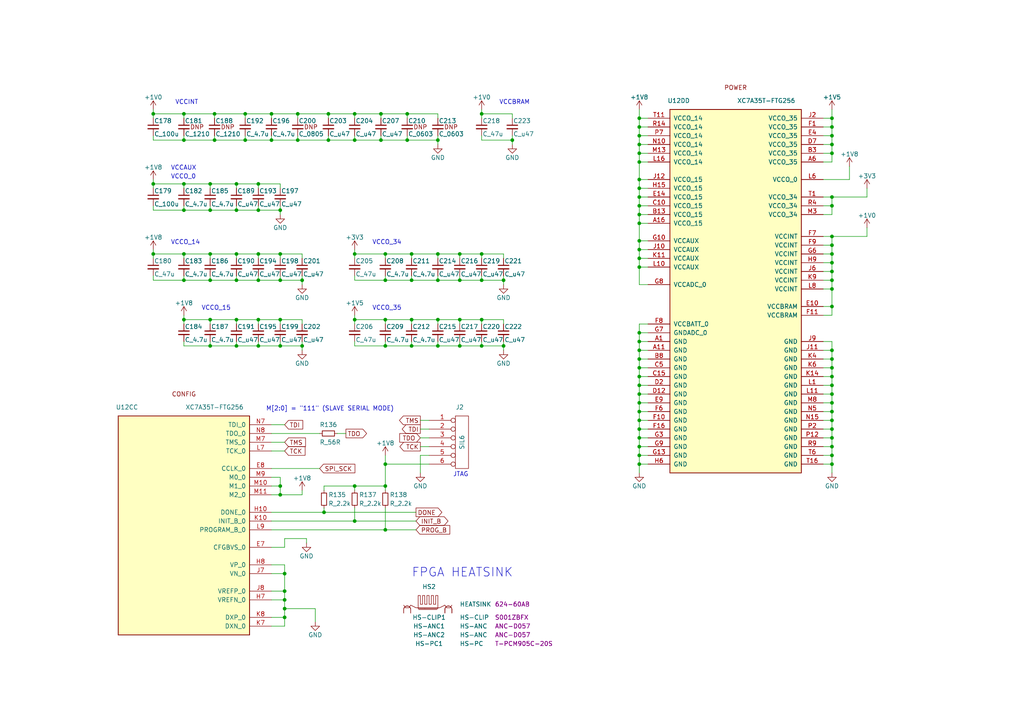
<source format=kicad_sch>
(kicad_sch (version 20250114) (generator "eeschema") (generator_version "9.0")
  (paper "A4")
  (title_block (rev "v2") (comment 1 "Copyright Dejan Priversek 2017"))
  (text "VCCO_35" (at 107.95 90.17 0) (effects (font (size 1.27 1.27)) (justify left bottom)))
  (text "VCCO_14" (at 49.53 71.12 0) (effects (font (size 1.27 1.27)) (justify left bottom)))
  (text "FPGA HEATSINK" (at 119.38 167.64 0) (effects (font (size 2.54 2.54)) (justify left bottom)))
  (text "M[2:0] = \"111\" (SLAVE SERIAL MODE)" (at 114.3 119.38 0) (effects (font (size 1.27 1.27)) (justify right bottom)))
  (text "JTAG" (at 135.89 138.43 0) (effects (font (size 1.27 1.27)) (justify right bottom)))
  (text "VCCO_0" (at 49.53 52.07 0) (effects (font (size 1.27 1.27)) (justify left bottom)))
  (text "VCCINT" (at 50.8 30.48 0) (effects (font (size 1.27 1.27)) (justify left bottom)))
  (text "VCCO_34" (at 107.95 71.12 0) (effects (font (size 1.27 1.27)) (justify left bottom)))
  (text "VCCBRAM" (at 144.78 30.48 0) (effects (font (size 1.27 1.27)) (justify left bottom)))
  (text "VCCAUX" (at 49.53 49.53 0) (effects (font (size 1.27 1.27)) (justify left bottom)))
  (text "VCCO_15" (at 58.42 90.17 0) (effects (font (size 1.27 1.27)) (justify left bottom)))
  (junction (at 241.3 132.08))
  (junction (at 133.35 100.33))
  (junction (at 241.3 116.84))
  (junction (at 241.3 68.58))
  (junction (at 74.93 92.71))
  (junction (at 119.38 92.71))
  (junction (at 60.96 81.28))
  (junction (at 139.7 73.66))
  (junction (at 241.3 129.54))
  (junction (at 241.3 59.69))
  (junction (at 185.42 114.3))
  (junction (at 241.3 57.15))
  (junction (at 102.87 33.02))
  (junction (at 133.35 92.71))
  (junction (at 127 100.33))
  (junction (at 185.42 52.07))
  (junction (at 68.58 53.34))
  (junction (at 241.3 119.38))
  (junction (at 62.23 40.64))
  (junction (at 148.59 40.64))
  (junction (at 241.3 81.28))
  (junction (at 60.96 60.96))
  (junction (at 118.11 33.02))
  (junction (at 74.93 60.96))
  (junction (at 241.3 34.29))
  (junction (at 127 92.71))
  (junction (at 68.58 60.96))
  (junction (at 111.76 81.28))
  (junction (at 185.42 34.29))
  (junction (at 102.87 40.64))
  (junction (at 44.45 33.02))
  (junction (at 185.42 39.37))
  (junction (at 185.42 96.52))
  (junction (at 241.3 36.83))
  (junction (at 139.7 33.02))
  (junction (at 185.42 121.92))
  (junction (at 241.3 111.76))
  (junction (at 53.34 81.28))
  (junction (at 87.63 81.28))
  (junction (at 60.96 73.66))
  (junction (at 139.7 81.28))
  (junction (at 81.28 140.97))
  (junction (at 185.42 77.47))
  (junction (at 81.28 100.33))
  (junction (at 53.34 53.34))
  (junction (at 241.3 104.14))
  (junction (at 60.96 53.34))
  (junction (at 185.42 46.99))
  (junction (at 119.38 100.33))
  (junction (at 241.3 73.66))
  (junction (at 185.42 119.38))
  (junction (at 44.45 53.34))
  (junction (at 53.34 60.96))
  (junction (at 81.28 60.96))
  (junction (at 185.42 69.85))
  (junction (at 185.42 101.6))
  (junction (at 185.42 111.76))
  (junction (at 241.3 83.82))
  (junction (at 185.42 106.68))
  (junction (at 185.42 44.45))
  (junction (at 81.28 143.51))
  (junction (at 185.42 59.69))
  (junction (at 127 81.28))
  (junction (at 241.3 127))
  (junction (at 185.42 72.39))
  (junction (at 53.34 73.66))
  (junction (at 110.49 33.02))
  (junction (at 133.35 81.28))
  (junction (at 86.36 40.64))
  (junction (at 185.42 127))
  (junction (at 102.87 140.97))
  (junction (at 185.42 74.93))
  (junction (at 127 40.64))
  (junction (at 185.42 129.54))
  (junction (at 241.3 76.2))
  (junction (at 185.42 109.22))
  (junction (at 241.3 71.12))
  (junction (at 241.3 124.46))
  (junction (at 110.49 40.64))
  (junction (at 82.55 166.37))
  (junction (at 111.76 134.62))
  (junction (at 185.42 124.46))
  (junction (at 44.45 73.66))
  (junction (at 82.55 179.07))
  (junction (at 68.58 73.66))
  (junction (at 81.28 92.71))
  (junction (at 95.25 33.02))
  (junction (at 53.34 33.02))
  (junction (at 111.76 100.33))
  (junction (at 111.76 92.71))
  (junction (at 185.42 54.61))
  (junction (at 81.28 73.66))
  (junction (at 102.87 73.66))
  (junction (at 82.55 176.53))
  (junction (at 241.3 134.62))
  (junction (at 118.11 40.64))
  (junction (at 185.42 64.77))
  (junction (at 127 73.66))
  (junction (at 185.42 104.14))
  (junction (at 111.76 153.67))
  (junction (at 241.3 114.3))
  (junction (at 60.96 92.71))
  (junction (at 185.42 41.91))
  (junction (at 133.35 73.66))
  (junction (at 119.38 73.66))
  (junction (at 81.28 81.28))
  (junction (at 241.3 39.37))
  (junction (at 71.12 33.02))
  (junction (at 241.3 121.92))
  (junction (at 86.36 33.02))
  (junction (at 111.76 140.97))
  (junction (at 146.05 100.33))
  (junction (at 185.42 57.15))
  (junction (at 68.58 100.33))
  (junction (at 82.55 171.45))
  (junction (at 74.93 81.28))
  (junction (at 111.76 73.66))
  (junction (at 241.3 41.91))
  (junction (at 93.98 148.59))
  (junction (at 241.3 44.45))
  (junction (at 241.3 88.9))
  (junction (at 74.93 100.33))
  (junction (at 241.3 78.74))
  (junction (at 74.93 73.66))
  (junction (at 185.42 134.62))
  (junction (at 60.96 100.33))
  (junction (at 53.34 92.71))
  (junction (at 68.58 81.28))
  (junction (at 62.23 33.02))
  (junction (at 102.87 151.13))
  (junction (at 78.74 40.64))
  (junction (at 68.58 92.71))
  (junction (at 241.3 106.68))
  (junction (at 139.7 92.71))
  (junction (at 146.05 81.28))
  (junction (at 87.63 100.33))
  (junction (at 95.25 40.64))
  (junction (at 241.3 101.6))
  (junction (at 102.87 92.71))
  (junction (at 185.42 99.06))
  (junction (at 82.55 173.99))
  (junction (at 241.3 109.22))
  (junction (at 139.7 100.33))
  (junction (at 185.42 62.23))
  (junction (at 185.42 132.08))
  (junction (at 74.93 53.34))
  (junction (at 71.12 40.64))
  (junction (at 53.34 40.64))
  (junction (at 185.42 36.83))
  (junction (at 119.38 81.28))
  (junction (at 78.74 33.02))
  (junction (at 185.42 116.84))
  (wire (pts (xy 148.59 40.64) (xy 148.59 41.91)))
  (wire (pts (xy 78.74 33.02) (xy 78.74 34.29)))
  (wire (pts (xy 74.93 92.71) (xy 74.93 93.98)))
  (wire (pts (xy 185.42 93.98) (xy 185.42 96.52)))
  (wire (pts (xy 185.42 44.45) (xy 187.96 44.45)))
  (wire (pts (xy 185.42 132.08) (xy 185.42 134.62)))
  (wire (pts (xy 111.76 153.67) (xy 120.65 153.67)))
  (wire (pts (xy 95.25 33.02) (xy 95.25 34.29)))
  (wire (pts (xy 241.3 91.44) (xy 238.76 91.44)))
  (wire (pts (xy 53.34 53.34) (xy 60.96 53.34)))
  (wire (pts (xy 74.93 73.66) (xy 81.28 73.66)))
  (wire (pts (xy 119.38 100.33) (xy 127 100.33)))
  (wire (pts (xy 241.3 68.58) (xy 241.3 71.12)))
  (wire (pts (xy 238.76 34.29) (xy 241.3 34.29)))
  (wire (pts (xy 148.59 39.37) (xy 148.59 40.64)))
  (wire (pts (xy 81.28 59.69) (xy 81.28 60.96)))
  (wire (pts (xy 238.76 52.07) (xy 246.38 52.07)))
  (wire (pts (xy 241.3 44.45) (xy 238.76 44.45)))
  (wire (pts (xy 146.05 73.66) (xy 146.05 74.93)))
  (wire (pts (xy 81.28 100.33) (xy 87.63 100.33)))
  (wire (pts (xy 82.55 171.45) (xy 78.74 171.45)))
  (wire (pts (xy 82.55 166.37) (xy 82.55 171.45)))
  (wire (pts (xy 102.87 33.02) (xy 110.49 33.02)))
  (wire (pts (xy 185.42 111.76) (xy 185.42 114.3)))
  (wire (pts (xy 185.42 62.23) (xy 187.96 62.23)))
  (wire (pts (xy 241.3 114.3) (xy 241.3 116.84)))
  (wire (pts (xy 185.42 41.91) (xy 185.42 44.45)))
  (wire (pts (xy 95.25 40.64) (xy 95.25 39.37)))
  (wire (pts (xy 82.55 176.53) (xy 82.55 179.07)))
  (wire (pts (xy 71.12 40.64) (xy 71.12 39.37)))
  (wire (pts (xy 127 73.66) (xy 127 74.93)))
  (wire (pts (xy 133.35 92.71) (xy 139.7 92.71)))
  (wire (pts (xy 185.42 46.99) (xy 187.96 46.99)))
  (wire (pts (xy 127 39.37) (xy 127 40.64)))
  (wire (pts (xy 139.7 92.71) (xy 139.7 93.98)))
  (wire (pts (xy 185.42 111.76) (xy 187.96 111.76)))
  (wire (pts (xy 185.42 109.22) (xy 187.96 109.22)))
  (wire (pts (xy 251.46 68.58) (xy 251.46 66.04)))
  (wire (pts (xy 44.45 81.28) (xy 44.45 80.01)))
  (wire (pts (xy 93.98 148.59) (xy 120.65 148.59)))
  (wire (pts (xy 127 40.64) (xy 127 41.91)))
  (wire (pts (xy 111.76 132.08) (xy 111.76 134.62)))
  (wire (pts (xy 78.74 140.97) (xy 81.28 140.97)))
  (wire (pts (xy 68.58 73.66) (xy 68.58 74.93)))
  (wire (pts (xy 146.05 80.01) (xy 146.05 81.28)))
  (wire (pts (xy 74.93 53.34) (xy 81.28 53.34)))
  (wire (pts (xy 53.34 80.01) (xy 53.34 81.28)))
  (wire (pts (xy 241.3 116.84) (xy 238.76 116.84)))
  (wire (pts (xy 87.63 80.01) (xy 87.63 81.28)))
  (wire (pts (xy 74.93 81.28) (xy 74.93 80.01)))
  (wire (pts (xy 81.28 138.43) (xy 81.28 140.97)))
  (wire (pts (xy 139.7 73.66) (xy 139.7 74.93)))
  (wire (pts (xy 185.42 129.54) (xy 185.42 132.08)))
  (wire (pts (xy 185.42 44.45) (xy 185.42 46.99)))
  (wire (pts (xy 111.76 93.98) (xy 111.76 92.71)))
  (wire (pts (xy 82.55 179.07) (xy 82.55 181.61)))
  (wire (pts (xy 82.55 163.83) (xy 78.74 163.83)))
  (wire (pts (xy 111.76 73.66) (xy 119.38 73.66)))
  (wire (pts (xy 185.42 124.46) (xy 185.42 127)))
  (wire (pts (xy 44.45 60.96) (xy 53.34 60.96)))
  (wire (pts (xy 53.34 39.37) (xy 53.34 40.64)))
  (wire (pts (xy 185.42 82.55) (xy 187.96 82.55)))
  (wire (pts (xy 241.3 73.66) (xy 241.3 76.2)))
  (wire (pts (xy 60.96 53.34) (xy 68.58 53.34)))
  (wire (pts (xy 78.74 158.75) (xy 82.55 158.75)))
  (wire (pts (xy 68.58 60.96) (xy 74.93 60.96)))
  (wire (pts (xy 110.49 33.02) (xy 118.11 33.02)))
  (wire (pts (xy 241.3 41.91) (xy 241.3 44.45)))
  (wire (pts (xy 74.93 53.34) (xy 74.93 54.61)))
  (wire (pts (xy 44.45 73.66) (xy 44.45 74.93)))
  (wire (pts (xy 185.42 104.14) (xy 187.96 104.14)))
  (wire (pts (xy 87.63 143.51) (xy 87.63 142.24)))
  (wire (pts (xy 139.7 40.64) (xy 139.7 39.37)))
  (wire (pts (xy 241.3 59.69) (xy 241.3 62.23)))
  (wire (pts (xy 97.79 125.73) (xy 100.33 125.73)))
  (wire (pts (xy 238.76 57.15) (xy 241.3 57.15)))
  (wire (pts (xy 146.05 99.06) (xy 146.05 100.33)))
  (wire (pts (xy 185.42 69.85) (xy 187.96 69.85)))
  (wire (pts (xy 60.96 100.33) (xy 68.58 100.33)))
  (wire (pts (xy 82.55 181.61) (xy 78.74 181.61)))
  (wire (pts (xy 81.28 100.33) (xy 81.28 99.06)))
  (wire (pts (xy 133.35 81.28) (xy 139.7 81.28)))
  (wire (pts (xy 187.96 34.29) (xy 185.42 34.29)))
  (wire (pts (xy 60.96 73.66) (xy 60.96 74.93)))
  (wire (pts (xy 185.42 127) (xy 185.42 129.54)))
  (wire (pts (xy 111.76 134.62) (xy 111.76 140.97)))
  (wire (pts (xy 44.45 33.02) (xy 53.34 33.02)))
  (wire (pts (xy 44.45 33.02) (xy 44.45 34.29)))
  (wire (pts (xy 121.92 129.54) (xy 124.46 129.54)))
  (wire (pts (xy 44.45 73.66) (xy 53.34 73.66)))
  (wire (pts (xy 185.42 124.46) (xy 187.96 124.46)))
  (wire (pts (xy 127 92.71) (xy 133.35 92.71)))
  (wire (pts (xy 238.76 68.58) (xy 241.3 68.58)))
  (wire (pts (xy 127 73.66) (xy 133.35 73.66)))
  (wire (pts (xy 185.42 116.84) (xy 185.42 119.38)))
  (wire (pts (xy 185.42 106.68) (xy 187.96 106.68)))
  (wire (pts (xy 62.23 33.02) (xy 71.12 33.02)))
  (wire (pts (xy 87.63 92.71) (xy 87.63 93.98)))
  (wire (pts (xy 93.98 140.97) (xy 93.98 142.24)))
  (wire (pts (xy 82.55 171.45) (xy 82.55 173.99)))
  (wire (pts (xy 185.42 132.08) (xy 187.96 132.08)))
  (wire (pts (xy 78.74 148.59) (xy 93.98 148.59)))
  (wire (pts (xy 121.92 121.92) (xy 124.46 121.92)))
  (wire (pts (xy 185.42 114.3) (xy 187.96 114.3)))
  (wire (pts (xy 81.28 92.71) (xy 81.28 93.98)))
  (wire (pts (xy 95.25 40.64) (xy 102.87 40.64)))
  (wire (pts (xy 241.3 31.75) (xy 241.3 34.29)))
  (wire (pts (xy 241.3 88.9) (xy 238.76 88.9)))
  (wire (pts (xy 102.87 140.97) (xy 93.98 140.97)))
  (wire (pts (xy 139.7 31.75) (xy 139.7 33.02)))
  (wire (pts (xy 82.55 173.99) (xy 82.55 176.53)))
  (wire (pts (xy 81.28 143.51) (xy 87.63 143.51)))
  (wire (pts (xy 111.76 99.06) (xy 111.76 100.33)))
  (wire (pts (xy 148.59 40.64) (xy 139.7 40.64)))
  (wire (pts (xy 118.11 33.02) (xy 118.11 34.29)))
  (wire (pts (xy 111.76 100.33) (xy 119.38 100.33)))
  (wire (pts (xy 241.3 44.45) (xy 241.3 46.99)))
  (wire (pts (xy 87.63 73.66) (xy 87.63 74.93)))
  (wire (pts (xy 241.3 111.76) (xy 238.76 111.76)))
  (wire (pts (xy 241.3 57.15) (xy 251.46 57.15)))
  (wire (pts (xy 139.7 92.71) (xy 146.05 92.71)))
  (wire (pts (xy 185.42 31.75) (xy 185.42 34.29)))
  (wire (pts (xy 121.92 132.08) (xy 121.92 137.16)))
  (wire (pts (xy 185.42 57.15) (xy 187.96 57.15)))
  (wire (pts (xy 44.45 53.34) (xy 53.34 53.34)))
  (wire (pts (xy 110.49 40.64) (xy 110.49 39.37)))
  (wire (pts (xy 81.28 73.66) (xy 87.63 73.66)))
  (wire (pts (xy 102.87 92.71) (xy 102.87 93.98)))
  (wire (pts (xy 185.42 116.84) (xy 187.96 116.84)))
  (wire (pts (xy 185.42 41.91) (xy 187.96 41.91)))
  (wire (pts (xy 78.74 33.02) (xy 86.36 33.02)))
  (wire (pts (xy 87.63 100.33) (xy 87.63 101.6)))
  (wire (pts (xy 241.3 62.23) (xy 238.76 62.23)))
  (wire (pts (xy 185.42 101.6) (xy 187.96 101.6)))
  (wire (pts (xy 241.3 88.9) (xy 241.3 91.44)))
  (wire (pts (xy 91.44 176.53) (xy 82.55 176.53)))
  (wire (pts (xy 44.45 40.64) (xy 53.34 40.64)))
  (wire (pts (xy 241.3 121.92) (xy 241.3 124.46)))
  (wire (pts (xy 146.05 100.33) (xy 146.05 101.6)))
  (wire (pts (xy 121.92 127) (xy 124.46 127)))
  (wire (pts (xy 241.3 76.2) (xy 238.76 76.2)))
  (wire (pts (xy 139.7 100.33) (xy 146.05 100.33)))
  (wire (pts (xy 102.87 92.71) (xy 111.76 92.71)))
  (wire (pts (xy 78.74 153.67) (xy 111.76 153.67)))
  (wire (pts (xy 53.34 33.02) (xy 62.23 33.02)))
  (wire (pts (xy 241.3 129.54) (xy 241.3 132.08)))
  (wire (pts (xy 60.96 60.96) (xy 68.58 60.96)))
  (wire (pts (xy 241.3 124.46) (xy 238.76 124.46)))
  (wire (pts (xy 86.36 40.64) (xy 95.25 40.64)))
  (wire (pts (xy 133.35 73.66) (xy 139.7 73.66)))
  (wire (pts (xy 251.46 57.15) (xy 251.46 54.61)))
  (wire (pts (xy 185.42 74.93) (xy 185.42 77.47)))
  (wire (pts (xy 119.38 81.28) (xy 127 81.28)))
  (wire (pts (xy 185.42 54.61) (xy 185.42 57.15)))
  (wire (pts (xy 241.3 111.76) (xy 241.3 114.3)))
  (wire (pts (xy 185.42 57.15) (xy 185.42 59.69)))
  (wire (pts (xy 127 81.28) (xy 133.35 81.28)))
  (wire (pts (xy 185.42 99.06) (xy 187.96 99.06)))
  (wire (pts (xy 121.92 124.46) (xy 124.46 124.46)))
  (wire (pts (xy 78.74 40.64) (xy 78.74 39.37)))
  (wire (pts (xy 78.74 143.51) (xy 81.28 143.51)))
  (wire (pts (xy 111.76 81.28) (xy 119.38 81.28)))
  (wire (pts (xy 241.3 101.6) (xy 241.3 104.14)))
  (wire (pts (xy 53.34 81.28) (xy 60.96 81.28)))
  (wire (pts (xy 185.42 134.62) (xy 187.96 134.62)))
  (wire (pts (xy 102.87 151.13) (xy 120.65 151.13)))
  (wire (pts (xy 119.38 73.66) (xy 119.38 74.93)))
  (wire (pts (xy 185.42 46.99) (xy 185.42 52.07)))
  (wire (pts (xy 139.7 99.06) (xy 139.7 100.33)))
  (wire (pts (xy 185.42 52.07) (xy 187.96 52.07)))
  (wire (pts (xy 82.55 156.21) (xy 88.9 156.21)))
  (wire (pts (xy 91.44 176.53) (xy 91.44 180.34)))
  (wire (pts (xy 53.34 92.71) (xy 53.34 93.98)))
  (wire (pts (xy 241.3 132.08) (xy 238.76 132.08)))
  (wire (pts (xy 148.59 33.02) (xy 139.7 33.02)))
  (wire (pts (xy 102.87 81.28) (xy 102.87 80.01)))
  (wire (pts (xy 102.87 40.64) (xy 110.49 40.64)))
  (wire (pts (xy 44.45 60.96) (xy 44.45 59.69)))
  (wire (pts (xy 60.96 92.71) (xy 68.58 92.71)))
  (wire (pts (xy 102.87 73.66) (xy 102.87 74.93)))
  (wire (pts (xy 71.12 33.02) (xy 78.74 33.02)))
  (wire (pts (xy 102.87 91.44) (xy 102.87 92.71)))
  (wire (pts (xy 60.96 60.96) (xy 60.96 59.69)))
  (wire (pts (xy 238.76 99.06) (xy 241.3 99.06)))
  (wire (pts (xy 68.58 53.34) (xy 68.58 54.61)))
  (wire (pts (xy 81.28 92.71) (xy 87.63 92.71)))
  (wire (pts (xy 53.34 34.29) (xy 53.34 33.02)))
  (wire (pts (xy 74.93 92.71) (xy 81.28 92.71)))
  (wire (pts (xy 119.38 92.71) (xy 127 92.71)))
  (wire (pts (xy 78.74 40.64) (xy 86.36 40.64)))
  (wire (pts (xy 241.3 36.83) (xy 241.3 39.37)))
  (wire (pts (xy 102.87 100.33) (xy 102.87 99.06)))
  (wire (pts (xy 78.74 173.99) (xy 82.55 173.99)))
  (wire (pts (xy 68.58 81.28) (xy 68.58 80.01)))
  (wire (pts (xy 119.38 73.66) (xy 127 73.66)))
  (wire (pts (xy 241.3 114.3) (xy 238.76 114.3)))
  (wire (pts (xy 68.58 53.34) (xy 74.93 53.34)))
  (wire (pts (xy 102.87 142.24) (xy 102.87 140.97)))
  (wire (pts (xy 118.11 40.64) (xy 127 40.64)))
  (wire (pts (xy 241.3 124.46) (xy 241.3 127)))
  (wire (pts (xy 241.3 127) (xy 241.3 129.54)))
  (wire (pts (xy 88.9 156.21) (xy 88.9 157.48)))
  (wire (pts (xy 241.3 119.38) (xy 241.3 121.92)))
  (wire (pts (xy 111.76 74.93) (xy 111.76 73.66)))
  (wire (pts (xy 68.58 73.66) (xy 74.93 73.66)))
  (wire (pts (xy 81.28 60.96) (xy 81.28 62.23)))
  (wire (pts (xy 53.34 92.71) (xy 60.96 92.71)))
  (wire (pts (xy 68.58 92.71) (xy 74.93 92.71)))
  (wire (pts (xy 238.76 101.6) (xy 241.3 101.6)))
  (wire (pts (xy 185.42 59.69) (xy 185.42 62.23)))
  (wire (pts (xy 44.45 81.28) (xy 53.34 81.28)))
  (wire (pts (xy 241.3 81.28) (xy 238.76 81.28)))
  (wire (pts (xy 62.23 39.37) (xy 62.23 40.64)))
  (wire (pts (xy 78.74 138.43) (xy 81.28 138.43)))
  (wire (pts (xy 87.63 99.06) (xy 87.63 100.33)))
  (wire (pts (xy 241.3 127) (xy 238.76 127)))
  (wire (pts (xy 78.74 123.19) (xy 82.55 123.19)))
  (wire (pts (xy 185.42 77.47) (xy 187.96 77.47)))
  (wire (pts (xy 127 81.28) (xy 127 80.01)))
  (wire (pts (xy 185.42 72.39) (xy 185.42 74.93)))
  (wire (pts (xy 185.42 129.54) (xy 187.96 129.54)))
  (wire (pts (xy 78.74 151.13) (xy 102.87 151.13)))
  (wire (pts (xy 241.3 109.22) (xy 241.3 111.76)))
  (wire (pts (xy 74.93 100.33) (xy 74.93 99.06)))
  (wire (pts (xy 146.05 92.71) (xy 146.05 93.98)))
  (wire (pts (xy 68.58 92.71) (xy 68.58 93.98)))
  (wire (pts (xy 241.3 121.92) (xy 238.76 121.92)))
  (wire (pts (xy 241.3 83.82) (xy 241.3 88.9)))
  (wire (pts (xy 133.35 100.33) (xy 133.35 99.06)))
  (wire (pts (xy 241.3 83.82) (xy 238.76 83.82)))
  (wire (pts (xy 44.45 52.07) (xy 44.45 53.34)))
  (wire (pts (xy 93.98 147.32) (xy 93.98 148.59)))
  (wire (pts (xy 127 100.33) (xy 133.35 100.33)))
  (wire (pts (xy 44.45 72.39) (xy 44.45 73.66)))
  (wire (pts (xy 185.42 72.39) (xy 187.96 72.39)))
  (wire (pts (xy 81.28 53.34) (xy 81.28 54.61)))
  (wire (pts (xy 74.93 73.66) (xy 74.93 74.93)))
  (wire (pts (xy 241.3 41.91) (xy 238.76 41.91)))
  (wire (pts (xy 102.87 72.39) (xy 102.87 73.66)))
  (wire (pts (xy 241.3 99.06) (xy 241.3 101.6)))
  (wire (pts (xy 68.58 100.33) (xy 74.93 100.33)))
  (wire (pts (xy 133.35 100.33) (xy 139.7 100.33)))
  (wire (pts (xy 185.42 62.23) (xy 185.42 64.77)))
  (wire (pts (xy 119.38 92.71) (xy 119.38 93.98)))
  (wire (pts (xy 241.3 36.83) (xy 238.76 36.83)))
  (wire (pts (xy 53.34 91.44) (xy 53.34 92.71)))
  (wire (pts (xy 81.28 140.97) (xy 81.28 143.51)))
  (wire (pts (xy 185.42 36.83) (xy 185.42 39.37)))
  (wire (pts (xy 185.42 77.47) (xy 185.42 82.55)))
  (wire (pts (xy 53.34 59.69) (xy 53.34 60.96)))
  (wire (pts (xy 111.76 80.01) (xy 111.76 81.28)))
  (wire (pts (xy 92.71 135.89) (xy 78.74 135.89)))
  (wire (pts (xy 241.3 81.28) (xy 241.3 83.82)))
  (wire (pts (xy 241.3 76.2) (xy 241.3 78.74)))
  (wire (pts (xy 187.96 54.61) (xy 185.42 54.61)))
  (wire (pts (xy 241.3 71.12) (xy 241.3 73.66)))
  (wire (pts (xy 60.96 81.28) (xy 60.96 80.01)))
  (wire (pts (xy 60.96 73.66) (xy 68.58 73.66)))
  (wire (pts (xy 53.34 60.96) (xy 60.96 60.96)))
  (wire (pts (xy 60.96 81.28) (xy 68.58 81.28)))
  (wire (pts (xy 187.96 93.98) (xy 185.42 93.98)))
  (wire (pts (xy 185.42 101.6) (xy 185.42 104.14)))
  (wire (pts (xy 111.76 147.32) (xy 111.76 153.67)))
  (wire (pts (xy 102.87 33.02) (xy 102.87 34.29)))
  (wire (pts (xy 241.3 57.15) (xy 241.3 59.69)))
  (wire (pts (xy 82.55 158.75) (xy 82.55 156.21)))
  (wire (pts (xy 102.87 147.32) (xy 102.87 151.13)))
  (wire (pts (xy 185.42 121.92) (xy 187.96 121.92)))
  (wire (pts (xy 139.7 81.28) (xy 146.05 81.28)))
  (wire (pts (xy 241.3 134.62) (xy 241.3 137.16)))
  (wire (pts (xy 241.3 39.37) (xy 238.76 39.37)))
  (wire (pts (xy 78.74 166.37) (xy 82.55 166.37)))
  (wire (pts (xy 241.3 104.14) (xy 241.3 106.68)))
  (wire (pts (xy 87.63 81.28) (xy 87.63 82.55)))
  (wire (pts (xy 148.59 34.29) (xy 148.59 33.02)))
  (wire (pts (xy 92.71 125.73) (xy 78.74 125.73)))
  (wire (pts (xy 74.93 60.96) (xy 74.93 59.69)))
  (wire (pts (xy 71.12 40.64) (xy 78.74 40.64)))
  (wire (pts (xy 118.11 33.02) (xy 127 33.02)))
  (wire (pts (xy 185.42 69.85) (xy 185.42 72.39)))
  (wire (pts (xy 185.42 52.07) (xy 185.42 54.61)))
  (wire (pts (xy 102.87 40.64) (xy 102.87 39.37)))
  (wire (pts (xy 44.45 31.75) (xy 44.45 33.02)))
  (wire (pts (xy 241.3 78.74) (xy 241.3 81.28)))
  (wire (pts (xy 241.3 39.37) (xy 241.3 41.91)))
  (wire (pts (xy 124.46 134.62) (xy 111.76 134.62)))
  (wire (pts (xy 185.42 96.52) (xy 185.42 99.06)))
  (wire (pts (xy 185.42 99.06) (xy 185.42 101.6)))
  (wire (pts (xy 118.11 40.64) (xy 118.11 39.37)))
  (wire (pts (xy 127 92.71) (xy 127 93.98)))
  (wire (pts (xy 241.3 129.54) (xy 238.76 129.54)))
  (wire (pts (xy 241.3 68.58) (xy 251.46 68.58)))
  (wire (pts (xy 53.34 100.33) (xy 60.96 100.33)))
  (wire (pts (xy 81.28 73.66) (xy 81.28 74.93)))
  (wire (pts (xy 139.7 73.66) (xy 146.05 73.66)))
  (wire (pts (xy 238.76 59.69) (xy 241.3 59.69)))
  (wire (pts (xy 185.42 119.38) (xy 185.42 121.92)))
  (wire (pts (xy 62.23 34.29) (xy 62.23 33.02)))
  (wire (pts (xy 185.42 109.22) (xy 185.42 111.76)))
  (wire (pts (xy 68.58 81.28) (xy 74.93 81.28)))
  (wire (pts (xy 241.3 106.68) (xy 241.3 109.22)))
  (wire (pts (xy 127 33.02) (xy 127 34.29)))
  (wire (pts (xy 111.76 92.71) (xy 119.38 92.71)))
  (wire (pts (xy 124.46 132.08) (xy 121.92 132.08)))
  (wire (pts (xy 81.28 81.28) (xy 87.63 81.28)))
  (wire (pts (xy 60.96 100.33) (xy 60.96 99.06)))
  (wire (pts (xy 110.49 40.64) (xy 118.11 40.64)))
  (wire (pts (xy 238.76 71.12) (xy 241.3 71.12)))
  (wire (pts (xy 185.42 59.69) (xy 187.96 59.69)))
  (wire (pts (xy 185.42 114.3) (xy 185.42 116.84)))
  (wire (pts (xy 86.36 33.02) (xy 95.25 33.02)))
  (wire (pts (xy 241.3 106.68) (xy 238.76 106.68)))
  (wire (pts (xy 53.34 73.66) (xy 60.96 73.66)))
  (wire (pts (xy 185.42 64.77) (xy 185.42 69.85)))
  (wire (pts (xy 102.87 100.33) (xy 111.76 100.33)))
  (wire (pts (xy 185.42 64.77) (xy 187.96 64.77)))
  (wire (pts (xy 185.42 134.62) (xy 185.42 137.16)))
  (wire (pts (xy 102.87 73.66) (xy 111.76 73.66)))
  (wire (pts (xy 82.55 128.27) (xy 78.74 128.27)))
  (wire (pts (xy 185.42 104.14) (xy 185.42 106.68)))
  (wire (pts (xy 241.3 104.14) (xy 238.76 104.14)))
  (wire (pts (xy 86.36 34.29) (xy 86.36 33.02)))
  (wire (pts (xy 185.42 119.38) (xy 187.96 119.38)))
  (wire (pts (xy 44.45 40.64) (xy 44.45 39.37)))
  (wire (pts (xy 241.3 109.22) (xy 238.76 109.22)))
  (wire (pts (xy 74.93 81.28) (xy 81.28 81.28)))
  (wire (pts (xy 82.55 179.07) (xy 78.74 179.07)))
  (wire (pts (xy 185.42 74.93) (xy 187.96 74.93)))
  (wire (pts (xy 95.25 33.02) (xy 102.87 33.02)))
  (wire (pts (xy 53.34 54.61) (xy 53.34 53.34)))
  (wire (pts (xy 119.38 100.33) (xy 119.38 99.06)))
  (wire (pts (xy 185.42 106.68) (xy 185.42 109.22)))
  (wire (pts (xy 71.12 33.02) (xy 71.12 34.29)))
  (wire (pts (xy 185.42 39.37) (xy 187.96 39.37)))
  (wire (pts (xy 44.45 53.34) (xy 44.45 54.61)))
  (wire (pts (xy 53.34 74.93) (xy 53.34 73.66)))
  (wire (pts (xy 102.87 81.28) (xy 111.76 81.28)))
  (wire (pts (xy 241.3 132.08) (xy 241.3 134.62)))
  (wire (pts (xy 187.96 96.52) (xy 185.42 96.52)))
  (wire (pts (xy 241.3 134.62) (xy 238.76 134.62)))
  (wire (pts (xy 241.3 34.29) (xy 241.3 36.83)))
  (wire (pts (xy 60.96 92.71) (xy 60.96 93.98)))
  (wire (pts (xy 241.3 46.99) (xy 238.76 46.99)))
  (wire (pts (xy 86.36 39.37) (xy 86.36 40.64)))
  (wire (pts (xy 68.58 60.96) (xy 68.58 59.69)))
  (wire (pts (xy 139.7 33.02) (xy 139.7 34.29)))
  (wire (pts (xy 241.3 119.38) (xy 238.76 119.38)))
  (wire (pts (xy 146.05 81.28) (xy 146.05 82.55)))
  (wire (pts (xy 241.3 73.66) (xy 238.76 73.66)))
  (wire (pts (xy 74.93 60.96) (xy 81.28 60.96)))
  (wire (pts (xy 185.42 127) (xy 187.96 127)))
  (wire (pts (xy 82.55 130.81) (xy 78.74 130.81)))
  (wire (pts (xy 53.34 40.64) (xy 62.23 40.64)))
  (wire (pts (xy 119.38 81.28) (xy 119.38 80.01)))
  (wire (pts (xy 110.49 34.29) (xy 110.49 33.02)))
  (wire (pts (xy 133.35 92.71) (xy 133.35 93.98)))
  (wire (pts (xy 133.35 81.28) (xy 133.35 80.01)))
  (wire (pts (xy 241.3 116.84) (xy 241.3 119.38)))
  (wire (pts (xy 246.38 52.07) (xy 246.38 48.26)))
  (wire (pts (xy 139.7 80.01) (xy 139.7 81.28)))
  (wire (pts (xy 111.76 140.97) (xy 102.87 140.97)))
  (wire (pts (xy 82.55 163.83) (xy 82.55 166.37)))
  (wire (pts (xy 127 100.33) (xy 127 99.06)))
  (wire (pts (xy 241.3 78.74) (xy 238.76 78.74)))
  (wire (pts (xy 62.23 40.64) (xy 71.12 40.64)))
  (wire (pts (xy 81.28 80.01) (xy 81.28 81.28)))
  (wire (pts (xy 185.42 121.92) (xy 185.42 124.46)))
  (wire (pts (xy 187.96 36.83) (xy 185.42 36.83)))
  (wire (pts (xy 133.35 73.66) (xy 133.35 74.93)))
  (wire (pts (xy 68.58 100.33) (xy 68.58 99.06)))
  (wire (pts (xy 185.42 39.37) (xy 185.42 41.91)))
  (wire (pts (xy 60.96 53.34) (xy 60.96 54.61)))
  (wire (pts (xy 185.42 34.29) (xy 185.42 36.83)))
  (wire (pts (xy 111.76 140.97) (xy 111.76 142.24)))
  (wire (pts (xy 74.93 100.33) (xy 81.28 100.33)))
  (wire (pts (xy 53.34 99.06) (xy 53.34 100.33)))
  (global_label "TMS" (shape input) (at 82.55 128.27 0) (property "Intersheetrefs" "${INTERSHEET_REFS}" (effects (hide yes))))
  (global_label "TDO" (shape input) (at 121.92 127 180) (property "Intersheetrefs" "${INTERSHEET_REFS}" (effects (hide yes))))
  (global_label "TCK" (shape input) (at 82.55 130.81 0) (property "Intersheetrefs" "${INTERSHEET_REFS}" (effects (hide yes))))
  (global_label "TMS" (shape output) (at 121.92 121.92 180) (property "Intersheetrefs" "${INTERSHEET_REFS}" (effects (hide yes))))
  (global_label "SPI_SCK" (shape input) (at 92.71 135.89 0) (property "Intersheetrefs" "${INTERSHEET_REFS}" (effects (hide yes))))
  (global_label "TCK" (shape output) (at 121.92 129.54 180) (property "Intersheetrefs" "${INTERSHEET_REFS}" (effects (hide yes))))
  (global_label "TDO" (shape output) (at 100.33 125.73 0) (property "Intersheetrefs" "${INTERSHEET_REFS}" (effects (hide yes))))
  (global_label "TDI" (shape output) (at 121.92 124.46 180) (property "Intersheetrefs" "${INTERSHEET_REFS}" (effects (hide yes))))
  (global_label "PROG_B" (shape input) (at 120.65 153.67 0) (property "Intersheetrefs" "${INTERSHEET_REFS}" (effects (hide yes))))
  (global_label "DONE" (shape output) (at 120.65 148.59 0) (property "Intersheetrefs" "${INTERSHEET_REFS}" (effects (hide yes))))
  (global_label "INIT_B" (shape bidirectional) (at 120.65 151.13 0) (property "Intersheetrefs" "${INTERSHEET_REFS}" (effects (hide yes))))
  (global_label "TDI" (shape input) (at 82.55 123.19 0) (property "Intersheetrefs" "${INTERSHEET_REFS}" (effects (hide yes))))
  (symbol (lib_id "ScopefunParts:XC7A35T-FTG256") (at 53.34 176.53 0) (unit 3)
    (property "Reference" "U12C" (at 36.83 118.11 0))
    (property "Value" "XC7A35T-FTG256" (at 62.23 118.11 0))
    (property "Footprint" "ScopefunPackagesLibrary:BGA256_FTG256" (effects (hide yes)))
    (property "Datasheet" "https://www.xilinx.com/support/documentation/data_sheets/ds181_Artix_7_Data_Sheet.pdf" (effects (hide yes)))
    (property "Description" "Artix-7 FPGA" (effects (hide yes)))
    (property "MFG Part#" "XC7A35T-2FTG256I" (effects (hide yes)))
  )
  (symbol (lib_id "ScopefunParts:XC7A35T-FTG256") (at 213.36 87.63 0) (unit 4)
    (property "Reference" "U12D" (at 196.85 29.21 0))
    (property "Value" "XC7A35T-FTG256" (at 222.25 29.21 0))
    (property "Footprint" "ScopefunPackagesLibrary:BGA256_FTG256" (effects (hide yes)))
    (property "Datasheet" "https://www.xilinx.com/support/documentation/data_sheets/ds181_Artix_7_Data_Sheet.pdf" (effects (hide yes)))
    (property "Description" "Artix-7 FPGA" (effects (hide yes)))
    (property "MFG Part#" "XC7A35T-2FTG256I" (effects (hide yes)))
  )
  (symbol (lib_name "GND_23") (lib_id "Scopefun_v2-rescue:GND") (at 88.9 157.48 0) (unit 1)
    (property "Reference" "#PWR0326" (effects (hide yes)))
    (property "Value" "GND" (at 88.9 161.29 0))
  )
  (symbol (lib_id "ScopefunParts:+1.8V") (at 87.63 142.24 0) (unit 1)
    (property "Reference" "#PWR0327" (effects (hide yes)))
    (property "Value" "+1V8" (at 87.63 138.684 0))
  )
  (symbol (lib_id "ScopefunParts:R_2.2k") (at 102.87 144.78 0) (unit 1)
    (property "Reference" "R137" (at 104.14 143.51 0) (effects (justify left)))
    (property "Value" "R_2.2k" (at 104.14 146.05 0) (effects (justify left)))
    (property "Footprint" "ScopefunPackagesLibrary:R_0603" (effects (hide yes)))
    (property "Datasheet" "http://industrial.panasonic.com/cdbs/www-data/pdf/AOA0000/AOA0000CE2.pdf" (effects (hide yes)))
    (property "MFG Part#" "ERJ-3EKF2201V" (effects (hide yes)))
    (property "Description" "RES SMD 1% 1/10W 0603" (effects (hide yes)))
  )
  (symbol (lib_id "ScopefunParts:R_2.2k") (at 111.76 144.78 0) (unit 1)
    (property "Reference" "R138" (at 113.03 143.51 0) (effects (justify left)))
    (property "Value" "R_2.2k" (at 113.03 146.05 0) (effects (justify left)))
    (property "Footprint" "ScopefunPackagesLibrary:R_0603" (effects (hide yes)))
    (property "Datasheet" "http://industrial.panasonic.com/cdbs/www-data/pdf/AOA0000/AOA0000CE2.pdf" (effects (hide yes)))
    (property "MFG Part#" "ERJ-3EKF2201V" (effects (hide yes)))
    (property "Description" "RES SMD 1% 1/10W 0603" (effects (hide yes)))
  )
  (symbol (lib_id "ScopefunParts:R_2.2k") (at 93.98 144.78 0) (unit 1)
    (property "Reference" "R135" (at 95.25 143.51 0) (effects (justify left)))
    (property "Value" "R_2.2k" (at 95.25 146.05 0) (effects (justify left)))
    (property "Footprint" "ScopefunPackagesLibrary:R_0603" (effects (hide yes)))
    (property "Datasheet" "http://industrial.panasonic.com/cdbs/www-data/pdf/AOA0000/AOA0000CE2.pdf" (effects (hide yes)))
    (property "MFG Part#" "ERJ-3EKF2201V" (effects (hide yes)))
    (property "Description" "RES SMD 1% 1/10W 0603" (effects (hide yes)))
  )
  (symbol (lib_name "GND_18") (lib_id "Scopefun_v2-rescue:GND") (at 185.42 137.16 0) (unit 1)
    (property "Reference" "#PWR0328" (effects (hide yes)))
    (property "Value" "GND" (at 185.42 140.97 0))
  )
  (symbol (lib_name "GND_19") (lib_id "Scopefun_v2-rescue:GND") (at 241.3 137.16 0) (mirror y) (unit 1)
    (property "Reference" "#PWR0329" (effects (hide yes)))
    (property "Value" "GND" (at 241.3 140.97 0))
  )
  (symbol (lib_id "ScopefunParts:SIL6") (at 133.35 128.27 0) (unit 1)
    (property "Reference" "J2" (at 133.35 118.11 0))
    (property "Value" "SIL6" (at 133.985 128.27 90))
    (property "Footprint" "ScopefunPackagesLibrary:SIL6" (effects (hide yes)))
    (property "Datasheet" "https://cdn.harwin.com/pdfs/M20-999.pdf" (effects (hide yes)))
    (property "Description" "CONN SIL 0.1 PITCH" (effects (hide yes)))
    (property "MFG Part#" "M20-9990645" (effects (hide yes)))
  )
  (symbol (lib_name "GND_21") (lib_id "Scopefun_v2-rescue:GND") (at 121.92 137.16 0) (unit 1)
    (property "Reference" "#PWR0330" (effects (hide yes)))
    (property "Value" "GND" (at 121.92 140.97 0))
  )
  (symbol (lib_id "ScopefunParts:+1.8V") (at 111.76 132.08 0) (unit 1)
    (property "Reference" "#PWR0331" (effects (hide yes)))
    (property "Value" "+1V8" (at 111.76 128.524 0))
  )
  (symbol (lib_name "GND_24") (lib_id "Scopefun_v2-rescue:GND") (at 91.44 180.34 0) (unit 1)
    (property "Reference" "#PWR0332" (effects (hide yes)))
    (property "Value" "GND" (at 91.44 184.15 0))
  )
  (symbol (lib_id "ScopefunParts:+1.8V") (at 185.42 31.75 0) (unit 1)
    (property "Reference" "#PWR0333" (effects (hide yes)))
    (property "Value" "+1V8" (at 185.42 28.194 0))
  )
  (symbol (lib_id "ScopefunParts:+3.3V") (at 251.46 54.61 0) (unit 1)
    (property "Reference" "#PWR0334" (effects (hide yes)))
    (property "Value" "+3V3" (at 251.46 51.054 0))
  )
  (symbol (lib_id "ScopefunParts:+1.0V") (at 251.46 66.04 0) (unit 1)
    (property "Reference" "#PWR0335" (effects (hide yes)))
    (property "Value" "+1V0" (at 251.46 62.484 0))
  )
  (symbol (lib_id "ScopefunParts:+1.0V") (at 44.45 31.75 0) (unit 1)
    (property "Reference" "#PWR0336" (effects (hide yes)))
    (property "Value" "+1V0" (at 44.45 28.194 0))
  )
  (symbol (lib_id "ScopefunParts:C_100u") (at 44.45 36.83 0) (unit 1)
    (property "Reference" "C178" (at 44.704 35.052 0) (effects (justify left)))
    (property "Value" "C_100u" (at 44.704 38.862 0) (effects (justify left)))
    (property "Footprint" "ScopefunPackagesLibrary:C_1210" (effects (hide yes)))
    (property "Datasheet" "http://datasheets.avx.com/cx5r.pdf" (effects (hide yes)))
    (property "MFG Part#" "12106D107MAT2A" (effects (hide yes)))
    (property "Description" "MLCC - SMD/SMT 1210 6.3V X5R 20%" (effects (hide yes)))
  )
  (symbol (lib_id "ScopefunParts:C_4.7u") (at 78.74 36.83 0) (unit 1)
    (property "Reference" "C196" (at 78.994 35.052 0) (effects (justify left)))
    (property "Value" "C_4.7u" (at 78.994 38.862 0) (effects (justify left)))
    (property "Footprint" "ScopefunPackagesLibrary:C_0805" (effects (hide yes)))
    (property "MFG Part#" "C2012X7R1A475K125AC" (effects (hide yes)))
    (property "Description" "MLCC - SMD/SMT 0805 10V X7R 10%" (effects (hide yes)))
  )
  (symbol (lib_id "ScopefunParts:C_4.7u") (at 71.12 36.83 0) (unit 1)
    (property "Reference" "C192" (at 71.374 35.052 0) (effects (justify left)))
    (property "Value" "C_4.7u" (at 71.374 38.862 0) (effects (justify left)))
    (property "Footprint" "ScopefunPackagesLibrary:C_0805" (effects (hide yes)))
    (property "MFG Part#" "C2012X7R1A475K125AC" (effects (hide yes)))
    (property "Description" "MLCC - SMD/SMT 0603 10V X7R 15%" (effects (hide yes)))
  )
  (symbol (lib_id "ScopefunParts:+1.0V") (at 139.7 31.75 0) (unit 1)
    (property "Reference" "#PWR0337" (effects (hide yes)))
    (property "Value" "+1V0" (at 139.7 28.194 0))
  )
  (symbol (lib_name "GND_14") (lib_id "Scopefun_v2-rescue:GND") (at 148.59 41.91 0) (unit 1)
    (property "Reference" "#PWR0338" (effects (hide yes)))
    (property "Value" "GND" (at 148.59 45.72 0))
  )
  (symbol (lib_id "ScopefunParts:C_47u") (at 139.7 36.83 0) (unit 1)
    (property "Reference" "C218" (at 139.954 35.052 0) (effects (justify left)))
    (property "Value" "C_47u" (at 139.954 38.862 0) (effects (justify left)))
    (property "Footprint" "ScopefunPackagesLibrary:C_1210" (effects (hide yes)))
    (property "MFG Part#" "LMK325BJ476MM-T" (effects (hide yes)))
    (property "Description" "MLCC - SMD/SMT 1210 10V X5R 20%" (effects (hide yes)))
  )
  (symbol (lib_id "ScopefunParts:C_u47") (at 95.25 36.83 0) (unit 1)
    (property "Reference" "C203" (at 95.504 35.052 0) (effects (justify left)))
    (property "Value" "C_u47" (at 95.504 38.862 0) (effects (justify left)))
    (property "Footprint" "ScopefunPackagesLibrary:C_0603" (effects (hide yes)))
    (property "MFG Part#" "EMK107B7474KA-T" (effects (hide yes)))
    (property "Description" "MLCC - SMD/SMT 0603 16V X7R 10%" (effects (hide yes)))
  )
  (symbol (lib_id "ScopefunParts:C_u47") (at 102.87 36.83 0) (unit 1)
    (property "Reference" "C204" (at 103.124 35.052 0) (effects (justify left)))
    (property "Value" "C_u47" (at 103.124 38.862 0) (effects (justify left)))
    (property "Footprint" "ScopefunPackagesLibrary:C_0603" (effects (hide yes)))
    (property "MFG Part#" "EMK107B7474KA-T" (effects (hide yes)))
    (property "Description" "MLCC - SMD/SMT 0603 16V X7R 10%" (effects (hide yes)))
  )
  (symbol (lib_id "ScopefunParts:C_u47") (at 110.49 36.83 0) (unit 1)
    (property "Reference" "C207" (at 110.744 35.052 0) (effects (justify left)))
    (property "Value" "C_u47" (at 110.744 38.862 0) (effects (justify left)))
    (property "Footprint" "ScopefunPackagesLibrary:C_0603" (effects (hide yes)))
    (property "MFG Part#" "EMK107B7474KA-T" (effects (hide yes)))
    (property "Description" "MLCC - SMD/SMT 0603 16V X7R 10%" (effects (hide yes)))
  )
  (symbol (lib_id "ScopefunParts:C_u47") (at 148.59 36.83 0) (unit 1)
    (property "Reference" "C223" (at 148.844 35.052 0) (effects (justify left)))
    (property "Value" "C_u47" (at 148.844 38.862 0) (effects (justify left)))
    (property "Footprint" "ScopefunPackagesLibrary:C_0603" (effects (hide yes)))
    (property "MFG Part#" "EMK107B7474KA-T" (effects (hide yes)))
    (property "Description" "MLCC - SMD/SMT 0603 16V X7R 10%" (effects (hide yes)))
  )
  (symbol (lib_id "ScopefunParts:C_1210") (at 53.34 36.83 0) (unit 1)
    (property "Reference" "C181" (at 53.594 35.052 0) (effects (justify left)))
    (property "Value" "C_1210" (at 53.594 38.862 0) (effects (justify left)))
    (property "Footprint" "ScopefunPackagesLibrary:C_1210" (effects (hide yes)))
    (property "Description" "Not populated" (effects (hide yes)))
  )
  (symbol (lib_id "ScopefunParts:C_1210") (at 62.23 36.83 0) (unit 1)
    (property "Reference" "C188" (at 62.484 35.052 0) (effects (justify left)))
    (property "Value" "C_1210" (at 62.484 38.862 0) (effects (justify left)))
    (property "Footprint" "ScopefunPackagesLibrary:C_1210" (effects (hide yes)))
    (property "Description" "Not populated" (effects (hide yes)))
  )
  (symbol (lib_id "ScopefunParts:C_0805") (at 86.36 36.83 0) (unit 1)
    (property "Reference" "C200" (at 86.614 35.052 0) (effects (justify left)))
    (property "Value" "C_0805" (at 86.614 38.862 0) (effects (justify left)))
    (property "Footprint" "ScopefunPackagesLibrary:C_0805" (effects (hide yes)))
    (property "Description" "Not populated" (effects (hide yes)))
  )
  (symbol (lib_name "GND_15") (lib_id "Scopefun_v2-rescue:GND") (at 127 41.91 0) (unit 1)
    (property "Reference" "#PWR0339" (effects (hide yes)))
    (property "Value" "GND" (at 127 45.72 0))
  )
  (symbol (lib_id "ScopefunParts:C_0603") (at 118.11 36.83 0) (unit 1)
    (property "Reference" "C210" (at 118.364 35.052 0) (effects (justify left)))
    (property "Value" "C_0603" (at 118.364 38.862 0) (effects (justify left)))
    (property "Footprint" "ScopefunPackagesLibrary:C_0603" (effects (hide yes)))
    (property "Description" "Not populated" (effects (hide yes)))
  )
  (symbol (lib_id "ScopefunParts:C_0603") (at 127 36.83 0) (unit 1)
    (property "Reference" "C213" (at 127.254 35.052 0) (effects (justify left)))
    (property "Value" "C_0603" (at 127.254 38.862 0) (effects (justify left)))
    (property "Footprint" "ScopefunPackagesLibrary:C_0603" (effects (hide yes)))
    (property "Description" "Not populated" (effects (hide yes)))
  )
  (symbol (lib_name "GND_13") (lib_id "Scopefun_v2-rescue:GND") (at 81.28 62.23 0) (unit 1)
    (property "Reference" "#PWR0340" (effects (hide yes)))
    (property "Value" "GND" (at 81.28 66.04 0))
  )
  (symbol (lib_id "ScopefunParts:+1.8V") (at 44.45 52.07 0) (unit 1)
    (property "Reference" "#PWR0341" (effects (hide yes)))
    (property "Value" "+1V8" (at 44.45 48.514 0))
  )
  (symbol (lib_id "ScopefunParts:C_u47") (at 68.58 57.15 0) (unit 1)
    (property "Reference" "C189" (at 68.834 55.372 0) (effects (justify left)))
    (property "Value" "C_u47" (at 68.834 59.182 0) (effects (justify left)))
    (property "Footprint" "ScopefunPackagesLibrary:C_0603" (effects (hide yes)))
    (property "MFG Part#" "EMK107B7474KA-T" (effects (hide yes)))
    (property "Description" "MLCC - SMD/SMT 0603 16V X7R 10%" (effects (hide yes)))
  )
  (symbol (lib_id "ScopefunParts:C_u47") (at 74.93 57.15 0) (unit 1)
    (property "Reference" "C193" (at 75.184 55.372 0) (effects (justify left)))
    (property "Value" "C_u47" (at 75.184 59.182 0) (effects (justify left)))
    (property "Footprint" "ScopefunPackagesLibrary:C_0603" (effects (hide yes)))
    (property "MFG Part#" "EMK107B7474KA-T" (effects (hide yes)))
    (property "Description" "MLCC - SMD/SMT 0603 16V X7R 10%" (effects (hide yes)))
  )
  (symbol (lib_id "ScopefunParts:C_u47") (at 81.28 57.15 0) (unit 1)
    (property "Reference" "C197" (at 81.534 55.372 0) (effects (justify left)))
    (property "Value" "C_u47" (at 81.534 59.182 0) (effects (justify left)))
    (property "Footprint" "ScopefunPackagesLibrary:C_0603" (effects (hide yes)))
    (property "MFG Part#" "EMK107B7474KA-T" (effects (hide yes)))
    (property "Description" "MLCC - SMD/SMT 0603 16V X7R 10%" (effects (hide yes)))
  )
  (symbol (lib_id "ScopefunParts:+1.8V") (at 246.38 48.26 0) (unit 1)
    (property "Reference" "#PWR0342" (effects (hide yes)))
    (property "Value" "+1V8" (at 246.38 44.704 0))
  )
  (symbol (lib_id "ScopefunParts:C_4.7u") (at 53.34 57.15 0) (unit 1)
    (property "Reference" "C182" (at 53.594 55.372 0) (effects (justify left)))
    (property "Value" "C_4.7u" (at 53.594 59.182 0) (effects (justify left)))
    (property "Footprint" "ScopefunPackagesLibrary:C_0805" (effects (hide yes)))
    (property "MFG Part#" "C2012X7R1A475K125AC" (effects (hide yes)))
    (property "Description" "MLCC - SMD/SMT 0805 10V X7R 10%" (effects (hide yes)))
  )
  (symbol (lib_id "ScopefunParts:C_4.7u") (at 60.96 57.15 0) (unit 1)
    (property "Reference" "C185" (at 61.214 55.372 0) (effects (justify left)))
    (property "Value" "C_4.7u" (at 61.214 59.182 0) (effects (justify left)))
    (property "Footprint" "ScopefunPackagesLibrary:C_0805" (effects (hide yes)))
    (property "MFG Part#" "C2012X7R1A475K125AC" (effects (hide yes)))
    (property "Description" "MLCC - SMD/SMT 0603 10V X7R 15%" (effects (hide yes)))
  )
  (symbol (lib_name "GND_17") (lib_id "Scopefun_v2-rescue:GND") (at 87.63 82.55 0) (unit 1)
    (property "Reference" "#PWR0343" (effects (hide yes)))
    (property "Value" "GND" (at 87.63 86.36 0))
  )
  (symbol (lib_id "ScopefunParts:C_47u") (at 44.45 77.47 0) (unit 1)
    (property "Reference" "C180" (at 44.704 75.692 0) (effects (justify left)))
    (property "Value" "C_47u" (at 44.704 79.502 0) (effects (justify left)))
    (property "Footprint" "ScopefunPackagesLibrary:C_1210" (effects (hide yes)))
    (property "MFG Part#" "LMK325BJ476MM-T" (effects (hide yes)))
    (property "Description" "MLCC - SMD/SMT 1210 10V X5R 20%" (effects (hide yes)))
  )
  (symbol (lib_id "ScopefunParts:+1.8V") (at 44.45 72.39 0) (unit 1)
    (property "Reference" "#PWR0344" (effects (hide yes)))
    (property "Value" "+1V8" (at 44.45 68.834 0))
  )
  (symbol (lib_id "ScopefunParts:C_u47") (at 68.58 77.47 0) (unit 1)
    (property "Reference" "C190" (at 68.834 75.692 0) (effects (justify left)))
    (property "Value" "C_u47" (at 68.834 79.502 0) (effects (justify left)))
    (property "Footprint" "ScopefunPackagesLibrary:C_0603" (effects (hide yes)))
    (property "MFG Part#" "EMK107B7474KA-T" (effects (hide yes)))
    (property "Description" "MLCC - SMD/SMT 0603 16V X7R 10%" (effects (hide yes)))
  )
  (symbol (lib_id "ScopefunParts:C_u47") (at 74.93 77.47 0) (unit 1)
    (property "Reference" "C194" (at 75.184 75.692 0) (effects (justify left)))
    (property "Value" "C_u47" (at 75.184 79.502 0) (effects (justify left)))
    (property "Footprint" "ScopefunPackagesLibrary:C_0603" (effects (hide yes)))
    (property "MFG Part#" "EMK107B7474KA-T" (effects (hide yes)))
    (property "Description" "MLCC - SMD/SMT 0603 16V X7R 10%" (effects (hide yes)))
  )
  (symbol (lib_id "ScopefunParts:C_u47") (at 81.28 77.47 0) (unit 1)
    (property "Reference" "C198" (at 81.534 75.692 0) (effects (justify left)))
    (property "Value" "C_u47" (at 81.534 79.502 0) (effects (justify left)))
    (property "Footprint" "ScopefunPackagesLibrary:C_0603" (effects (hide yes)))
    (property "MFG Part#" "EMK107B7474KA-T" (effects (hide yes)))
    (property "Description" "MLCC - SMD/SMT 0603 16V X7R 10%" (effects (hide yes)))
  )
  (symbol (lib_id "ScopefunParts:C_4.7u") (at 53.34 77.47 0) (unit 1)
    (property "Reference" "C183" (at 53.594 75.692 0) (effects (justify left)))
    (property "Value" "C_4.7u" (at 53.594 79.502 0) (effects (justify left)))
    (property "Footprint" "ScopefunPackagesLibrary:C_0805" (effects (hide yes)))
    (property "MFG Part#" "C2012X7R1A475K125AC" (effects (hide yes)))
    (property "Description" "MLCC - SMD/SMT 0805 10V X7R 10%" (effects (hide yes)))
  )
  (symbol (lib_id "ScopefunParts:C_4.7u") (at 60.96 77.47 0) (unit 1)
    (property "Reference" "C186" (at 61.214 75.692 0) (effects (justify left)))
    (property "Value" "C_4.7u" (at 61.214 79.502 0) (effects (justify left)))
    (property "Footprint" "ScopefunPackagesLibrary:C_0805" (effects (hide yes)))
    (property "MFG Part#" "C2012X7R1A475K125AC" (effects (hide yes)))
    (property "Description" "MLCC - SMD/SMT 0603 10V X7R 15%" (effects (hide yes)))
  )
  (symbol (lib_id "ScopefunParts:C_u47") (at 87.63 77.47 0) (unit 1)
    (property "Reference" "C201" (at 87.884 75.692 0) (effects (justify left)))
    (property "Value" "C_u47" (at 87.884 79.502 0) (effects (justify left)))
    (property "Footprint" "ScopefunPackagesLibrary:C_0603" (effects (hide yes)))
    (property "MFG Part#" "EMK107B7474KA-T" (effects (hide yes)))
    (property "Description" "MLCC - SMD/SMT 0603 16V X7R 10%" (effects (hide yes)))
  )
  (symbol (lib_name "GND_20") (lib_id "Scopefun_v2-rescue:GND") (at 87.63 101.6 0) (unit 1)
    (property "Reference" "#PWR0345" (effects (hide yes)))
    (property "Value" "GND" (at 87.63 105.41 0))
  )
  (symbol (lib_id "ScopefunParts:+1.8V") (at 53.34 91.44 0) (unit 1)
    (property "Reference" "#PWR0346" (effects (hide yes)))
    (property "Value" "+1V8" (at 53.34 87.884 0))
  )
  (symbol (lib_id "ScopefunParts:C_u47") (at 68.58 96.52 0) (unit 1)
    (property "Reference" "C191" (at 68.834 94.742 0) (effects (justify left)))
    (property "Value" "C_u47" (at 68.834 98.552 0) (effects (justify left)))
    (property "Footprint" "ScopefunPackagesLibrary:C_0603" (effects (hide yes)))
    (property "MFG Part#" "EMK107B7474KA-T" (effects (hide yes)))
    (property "Description" "MLCC - SMD/SMT 0603 16V X7R 10%" (effects (hide yes)))
  )
  (symbol (lib_id "ScopefunParts:C_u47") (at 74.93 96.52 0) (unit 1)
    (property "Reference" "C195" (at 75.184 94.742 0) (effects (justify left)))
    (property "Value" "C_u47" (at 75.184 98.552 0) (effects (justify left)))
    (property "Footprint" "ScopefunPackagesLibrary:C_0603" (effects (hide yes)))
    (property "MFG Part#" "EMK107B7474KA-T" (effects (hide yes)))
    (property "Description" "MLCC - SMD/SMT 0603 16V X7R 10%" (effects (hide yes)))
  )
  (symbol (lib_id "ScopefunParts:C_u47") (at 81.28 96.52 0) (unit 1)
    (property "Reference" "C199" (at 81.534 94.742 0) (effects (justify left)))
    (property "Value" "C_u47" (at 81.534 98.552 0) (effects (justify left)))
    (property "Footprint" "ScopefunPackagesLibrary:C_0603" (effects (hide yes)))
    (property "MFG Part#" "EMK107B7474KA-T" (effects (hide yes)))
    (property "Description" "MLCC - SMD/SMT 0603 16V X7R 10%" (effects (hide yes)))
  )
  (symbol (lib_id "ScopefunParts:C_4.7u") (at 53.34 96.52 0) (unit 1)
    (property "Reference" "C184" (at 53.594 94.742 0) (effects (justify left)))
    (property "Value" "C_4.7u" (at 53.594 98.552 0) (effects (justify left)))
    (property "Footprint" "ScopefunPackagesLibrary:C_0805" (effects (hide yes)))
    (property "MFG Part#" "C2012X7R1A475K125AC" (effects (hide yes)))
    (property "Description" "MLCC - SMD/SMT 0805 10V X7R 10%" (effects (hide yes)))
  )
  (symbol (lib_id "ScopefunParts:C_4.7u") (at 60.96 96.52 0) (unit 1)
    (property "Reference" "C187" (at 61.214 94.742 0) (effects (justify left)))
    (property "Value" "C_4.7u" (at 61.214 98.552 0) (effects (justify left)))
    (property "Footprint" "ScopefunPackagesLibrary:C_0805" (effects (hide yes)))
    (property "MFG Part#" "C2012X7R1A475K125AC" (effects (hide yes)))
    (property "Description" "MLCC - SMD/SMT 0603 10V X7R 15%" (effects (hide yes)))
  )
  (symbol (lib_id "ScopefunParts:C_u47") (at 87.63 96.52 0) (unit 1)
    (property "Reference" "C202" (at 87.884 94.742 0) (effects (justify left)))
    (property "Value" "C_u47" (at 87.884 98.552 0) (effects (justify left)))
    (property "Footprint" "ScopefunPackagesLibrary:C_0603" (effects (hide yes)))
    (property "MFG Part#" "EMK107B7474KA-T" (effects (hide yes)))
    (property "Description" "MLCC - SMD/SMT 0603 16V X7R 10%" (effects (hide yes)))
  )
  (symbol (lib_name "GND_16") (lib_id "Scopefun_v2-rescue:GND") (at 146.05 82.55 0) (unit 1)
    (property "Reference" "#PWR0347" (effects (hide yes)))
    (property "Value" "GND" (at 146.05 86.36 0))
  )
  (symbol (lib_id "ScopefunParts:C_47u") (at 102.87 77.47 0) (unit 1)
    (property "Reference" "C205" (at 103.124 75.692 0) (effects (justify left)))
    (property "Value" "C_47u" (at 103.124 79.502 0) (effects (justify left)))
    (property "Footprint" "ScopefunPackagesLibrary:C_1210" (effects (hide yes)))
    (property "MFG Part#" "LMK325BJ476MM-T" (effects (hide yes)))
    (property "Description" "MLCC - SMD/SMT 1210 10V X5R 20%" (effects (hide yes)))
  )
  (symbol (lib_id "ScopefunParts:C_u47") (at 127 77.47 0) (unit 1)
    (property "Reference" "C214" (at 127.254 75.692 0) (effects (justify left)))
    (property "Value" "C_u47" (at 127.254 79.502 0) (effects (justify left)))
    (property "Footprint" "ScopefunPackagesLibrary:C_0603" (effects (hide yes)))
    (property "MFG Part#" "EMK107B7474KA-T" (effects (hide yes)))
    (property "Description" "MLCC - SMD/SMT 0603 16V X7R 10%" (effects (hide yes)))
  )
  (symbol (lib_id "ScopefunParts:C_u47") (at 133.35 77.47 0) (unit 1)
    (property "Reference" "C216" (at 133.604 75.692 0) (effects (justify left)))
    (property "Value" "C_u47" (at 133.604 79.502 0) (effects (justify left)))
    (property "Footprint" "ScopefunPackagesLibrary:C_0603" (effects (hide yes)))
    (property "MFG Part#" "EMK107B7474KA-T" (effects (hide yes)))
    (property "Description" "MLCC - SMD/SMT 0603 16V X7R 10%" (effects (hide yes)))
  )
  (symbol (lib_id "ScopefunParts:C_u47") (at 139.7 77.47 0) (unit 1)
    (property "Reference" "C219" (at 139.954 75.692 0) (effects (justify left)))
    (property "Value" "C_u47" (at 139.954 79.502 0) (effects (justify left)))
    (property "Footprint" "ScopefunPackagesLibrary:C_0603" (effects (hide yes)))
    (property "MFG Part#" "EMK107B7474KA-T" (effects (hide yes)))
    (property "Description" "MLCC - SMD/SMT 0603 16V X7R 10%" (effects (hide yes)))
  )
  (symbol (lib_id "ScopefunParts:C_4.7u") (at 111.76 77.47 0) (unit 1)
    (property "Reference" "C208" (at 112.014 75.692 0) (effects (justify left)))
    (property "Value" "C_4.7u" (at 112.014 79.502 0) (effects (justify left)))
    (property "Footprint" "ScopefunPackagesLibrary:C_0805" (effects (hide yes)))
    (property "MFG Part#" "C2012X7R1A475K125AC" (effects (hide yes)))
    (property "Description" "MLCC - SMD/SMT 0805 10V X7R 10%" (effects (hide yes)))
  )
  (symbol (lib_id "ScopefunParts:C_4.7u") (at 119.38 77.47 0) (unit 1)
    (property "Reference" "C211" (at 119.634 75.692 0) (effects (justify left)))
    (property "Value" "C_4.7u" (at 119.634 79.502 0) (effects (justify left)))
    (property "Footprint" "ScopefunPackagesLibrary:C_0805" (effects (hide yes)))
    (property "MFG Part#" "C2012X7R1A475K125AC" (effects (hide yes)))
    (property "Description" "MLCC - SMD/SMT 0603 10V X7R 15%" (effects (hide yes)))
  )
  (symbol (lib_id "ScopefunParts:C_u47") (at 146.05 77.47 0) (unit 1)
    (property "Reference" "C221" (at 146.304 75.692 0) (effects (justify left)))
    (property "Value" "C_u47" (at 146.304 79.502 0) (effects (justify left)))
    (property "Footprint" "ScopefunPackagesLibrary:C_0603" (effects (hide yes)))
    (property "MFG Part#" "EMK107B7474KA-T" (effects (hide yes)))
    (property "Description" "MLCC - SMD/SMT 0603 16V X7R 10%" (effects (hide yes)))
  )
  (symbol (lib_name "GND_22") (lib_id "Scopefun_v2-rescue:GND") (at 146.05 101.6 0) (unit 1)
    (property "Reference" "#PWR0348" (effects (hide yes)))
    (property "Value" "GND" (at 146.05 105.41 0))
  )
  (symbol (lib_id "ScopefunParts:C_47u") (at 102.87 96.52 0) (unit 1)
    (property "Reference" "C206" (at 103.124 94.742 0) (effects (justify left)))
    (property "Value" "C_47u" (at 103.124 98.552 0) (effects (justify left)))
    (property "Footprint" "ScopefunPackagesLibrary:C_1210" (effects (hide yes)))
    (property "MFG Part#" "LMK325BJ476MM-T" (effects (hide yes)))
    (property "Description" "MLCC - SMD/SMT 1210 10V X5R 20%" (effects (hide yes)))
  )
  (symbol (lib_id "ScopefunParts:C_u47") (at 127 96.52 0) (unit 1)
    (property "Reference" "C215" (at 127.254 94.742 0) (effects (justify left)))
    (property "Value" "C_u47" (at 127.254 98.552 0) (effects (justify left)))
    (property "Footprint" "ScopefunPackagesLibrary:C_0603" (effects (hide yes)))
    (property "MFG Part#" "EMK107B7474KA-T" (effects (hide yes)))
    (property "Description" "MLCC - SMD/SMT 0603 16V X7R 10%" (effects (hide yes)))
  )
  (symbol (lib_id "ScopefunParts:C_u47") (at 133.35 96.52 0) (unit 1)
    (property "Reference" "C217" (at 133.604 94.742 0) (effects (justify left)))
    (property "Value" "C_u47" (at 133.604 98.552 0) (effects (justify left)))
    (property "Footprint" "ScopefunPackagesLibrary:C_0603" (effects (hide yes)))
    (property "MFG Part#" "EMK107B7474KA-T" (effects (hide yes)))
    (property "Description" "MLCC - SMD/SMT 0603 16V X7R 10%" (effects (hide yes)))
  )
  (symbol (lib_id "ScopefunParts:C_u47") (at 139.7 96.52 0) (unit 1)
    (property "Reference" "C220" (at 139.954 94.742 0) (effects (justify left)))
    (property "Value" "C_u47" (at 139.954 98.552 0) (effects (justify left)))
    (property "Footprint" "ScopefunPackagesLibrary:C_0603" (effects (hide yes)))
    (property "MFG Part#" "EMK107B7474KA-T" (effects (hide yes)))
    (property "Description" "MLCC - SMD/SMT 0603 16V X7R 10%" (effects (hide yes)))
  )
  (symbol (lib_id "ScopefunParts:C_4.7u") (at 111.76 96.52 0) (unit 1)
    (property "Reference" "C209" (at 112.014 94.742 0) (effects (justify left)))
    (property "Value" "C_4.7u" (at 112.014 98.552 0) (effects (justify left)))
    (property "Footprint" "ScopefunPackagesLibrary:C_0805" (effects (hide yes)))
    (property "MFG Part#" "C2012X7R1A475K125AC" (effects (hide yes)))
    (property "Description" "MLCC - SMD/SMT 0805 10V X7R 10%" (effects (hide yes)))
  )
  (symbol (lib_id "ScopefunParts:C_4.7u") (at 119.38 96.52 0) (unit 1)
    (property "Reference" "C212" (at 119.634 94.742 0) (effects (justify left)))
    (property "Value" "C_4.7u" (at 119.634 98.552 0) (effects (justify left)))
    (property "Footprint" "ScopefunPackagesLibrary:C_0805" (effects (hide yes)))
    (property "MFG Part#" "C2012X7R1A475K125AC" (effects (hide yes)))
    (property "Description" "MLCC - SMD/SMT 0603 10V X7R 15%" (effects (hide yes)))
  )
  (symbol (lib_id "ScopefunParts:C_u47") (at 146.05 96.52 0) (unit 1)
    (property "Reference" "C222" (at 146.304 94.742 0) (effects (justify left)))
    (property "Value" "C_u47" (at 146.304 98.552 0) (effects (justify left)))
    (property "Footprint" "ScopefunPackagesLibrary:C_0603" (effects (hide yes)))
    (property "MFG Part#" "EMK107B7474KA-T" (effects (hide yes)))
    (property "Description" "MLCC - SMD/SMT 0603 16V X7R 10%" (effects (hide yes)))
  )
  (symbol (lib_id "ScopefunParts:+3.3V") (at 102.87 72.39 0) (unit 1)
    (property "Reference" "#PWR0349" (effects (hide yes)))
    (property "Value" "+3V3" (at 102.87 68.834 0))
  )
  (symbol (lib_id "ScopefunParts:+1.5V") (at 102.87 91.44 0) (unit 1)
    (property "Reference" "#PWR0350" (effects (hide yes)))
    (property "Value" "+1V5" (at 102.87 87.884 0))
  )
  (symbol (lib_id "ScopefunParts:+1.5V") (at 241.3 31.75 0) (unit 1)
    (property "Reference" "#PWR0351" (effects (hide yes)))
    (property "Value" "+1V5" (at 241.3 28.194 0))
  )
  (symbol (lib_id "ScopefunParts:C_100u") (at 44.45 57.15 0) (unit 1)
    (property "Reference" "C179" (at 44.704 55.372 0) (effects (justify left)))
    (property "Value" "C_100u" (at 44.704 59.182 0) (effects (justify left)))
    (property "Footprint" "ScopefunPackagesLibrary:C_1210" (effects (hide yes)))
    (property "Datasheet" "http://datasheets.avx.com/cx5r.pdf" (effects (hide yes)))
    (property "MFG Part#" "12106D107MAT2A" (effects (hide yes)))
    (property "Description" "MLCC - SMD/SMT 1210 6.3V X5R 20%" (effects (hide yes)))
  )
  (symbol (lib_id "ScopefunParts:HEATSINK") (at 124.46 176.53 0) (unit 1)
    (property "Reference" "HS2" (at 124.46 170.18 0))
    (property "Value" "HEATSINK" (at 133.35 175.26 0) (effects (justify left)))
    (property "Footprint" "ScopefunPackagesLibrary:HS2" (effects (hide yes)))
    (property "Datasheet" "http://www.wakefield-vette.com/resource-center/downloads/brochures/intergrated-heatsink-wakefield.pdf" (effects (hide yes)))
    (property "MFG Part#" "624-60AB" (at 143.51 175.26 0) (effects (justify left)))
    (property "Description" "Heatsink BGA 21x21 mm" (effects (hide yes)))
  )
  (symbol (lib_id "ScopefunParts:HS-ANC") (at 124.46 177.8 0) (unit 1)
    (property "Reference" "HS-ANC1" (at 124.46 181.61 0))
    (property "Value" "HS-ANC" (at 133.35 181.61 0) (effects (justify left)))
    (property "Footprint" "ScopefunPackagesLibrary:HS-ANC" (effects (hide yes)))
    (property "Datasheet" "https://www.micforg.co.jp/dxf/S001YZ1L.pdf" (effects (hide yes)))
    (property "MFG Part#" "ANC-D057" (at 143.51 181.61 0) (effects (justify left)))
    (property "Description" "HEATSINK SOLDER ANCHOR" (effects (hide yes)))
  )
  (symbol (lib_id "ScopefunParts:HS-CLIP") (at 124.46 177.8 0) (unit 1)
    (property "Reference" "HS-CLIP1" (at 124.46 179.07 0))
    (property "Value" "HS-CLIP" (at 133.35 179.07 0) (effects (justify left)))
    (property "Datasheet" "https://www.micforg.co.jp/dxf/S001ZBFX.pdf" (effects (hide yes)))
    (property "MFG Part#" "S001ZBFX" (at 143.51 179.07 0) (effects (justify left)))
    (property "Description" "HEATSINK WIRE CLIP EZ-CLIP" (effects (hide yes)))
  )
  (symbol (lib_id "ScopefunParts:HS-PC") (at 124.46 176.53 0) (unit 1)
    (property "Reference" "HS-PC1" (at 124.46 186.69 0))
    (property "Value" "HS-PC" (at 133.35 186.69 0) (effects (justify left)))
    (property "Datasheet" "https://assets.lairdtech.com/home/brandworld/files/THR-DS-Tpcm%20900%200910.pdf" (effects (hide yes)))
    (property "Description" "Phase change thermal interface material 20x20x0.125 mm" (effects (hide yes)))
    (property "MFG Part#" "T-PCM905C-20S" (at 143.51 186.69 0) (effects (justify left)))
  )
  (symbol (lib_id "ScopefunParts:HS-ANC") (at 124.46 177.8 0) (unit 1)
    (property "Reference" "HS-ANC2" (at 124.46 184.15 0))
    (property "Value" "HS-ANC" (at 133.35 184.15 0) (effects (justify left)))
    (property "Footprint" "ScopefunPackagesLibrary:HS-ANC" (effects (hide yes)))
    (property "Datasheet" "https://www.micforg.co.jp/dxf/S001YZ1L.pdf" (effects (hide yes)))
    (property "MFG Part#" "ANC-D057" (at 143.51 184.15 0) (effects (justify left)))
    (property "Description" "HEATSINK SOLDER ANCHOR" (effects (hide yes)))
  )
  (symbol (lib_id "ScopefunParts:R_56R") (at 95.25 125.73 270) (unit 1)
    (property "Reference" "R136" (at 92.71 123.19 90) (effects (justify left)))
    (property "Value" "R_56R" (at 92.71 128.27 90) (effects (justify left)))
    (property "Footprint" "ScopefunPackagesLibrary:R_0603" (effects (hide yes)))
    (property "Datasheet" "http://industrial.panasonic.com/cdbs/www-data/pdf/AOA0000/AOA0000CE2.pdf" (effects (hide yes)))
    (property "MFG Part#" "ERJ-3EKF56R0V" (effects (hide yes)))
    (property "Description" "RES SMD 1% 1/10W 0603" (effects (hide yes)))
  )
)
</source>
